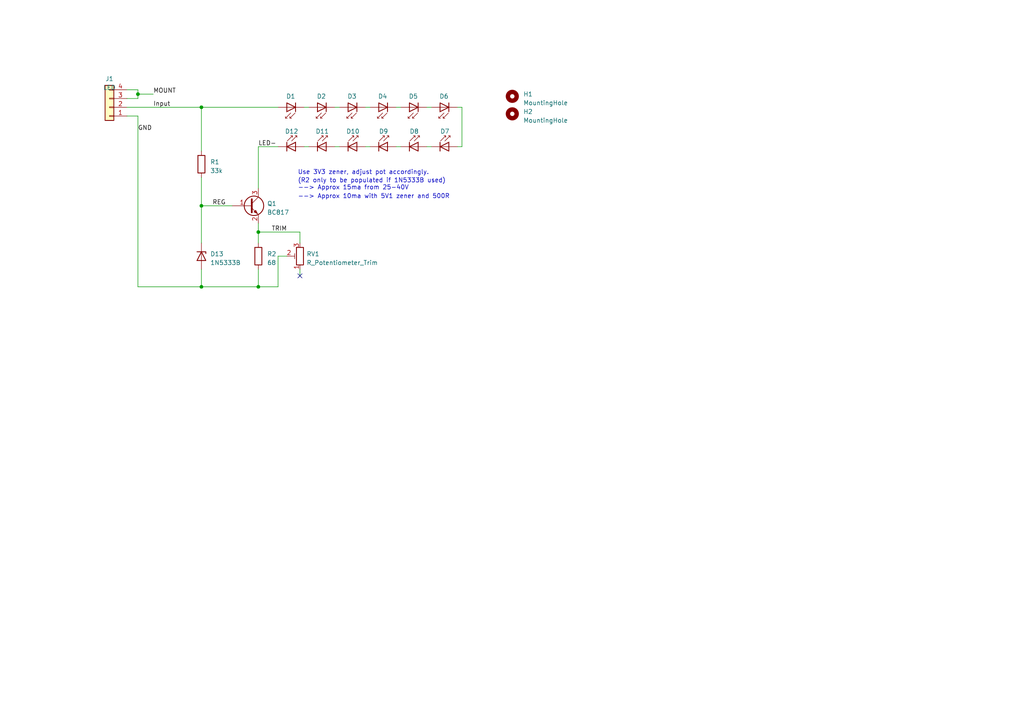
<source format=kicad_sch>
(kicad_sch (version 20230121) (generator eeschema)
  (paper "A4")
  (lib_symbols
    (symbol "Connector_Generic:Conn_01x04" (pin_names (offset 1.016) hide)
      (property "Reference" "J" (at 0 5.08 0))
      (property "Value" "Conn_01x04" (at 0 -7.62 0))
      (symbol "Conn_01x04_1_1"
        (rectangle (start -1.27 -4.953) (end 0 -5.207) (stroke (width 0.1524)))
        (rectangle (start -1.27 -2.413) (end 0 -2.667) (stroke (width 0.1524)))
        (rectangle (start -1.27 0.127) (end 0 -0.127) (stroke (width 0.1524)))
        (rectangle (start -1.27 2.667) (end 0 2.413) (stroke (width 0.1524)))
        (rectangle (start -1.27 3.81) (end 1.27 -6.35) (stroke (width 0.254)) (fill (type background)))
        (pin passive line (at -5.08 2.54 0) (length 3.81) (name "Pin_1") (number "1"))
        (pin passive line (at -5.08 0 0) (length 3.81) (name "Pin_2") (number "2"))
        (pin passive line (at -5.08 -2.54 0) (length 3.81) (name "Pin_3") (number "3"))
        (pin passive line (at -5.08 -5.08 0) (length 3.81) (name "Pin_4") (number "4"))
      )
    )
    (symbol "Device:R" (pin_numbers hide) (pin_names (offset 0))
      (property "Reference" "R" (at 2.032 0 90))
      (property "Value" "R" (at 0 0 90))
      (symbol "R_0_1"
        (rectangle (start -1.016 -2.54) (end 1.016 2.54) (stroke (width 0.254)))
      )
      (symbol "R_1_1"
        (pin passive line (at 0 3.81 270) (length 1.27) (name "~") (number "1"))
        (pin passive line (at 0 -3.81 90) (length 1.27) (name "~") (number "2"))
      )
    )
    (symbol "Device:R_Potentiometer_Trim" (pin_names (offset 1.016) hide)
      (property "Reference" "RV" (at -4.445 0 90))
      (property "Value" "R_Potentiometer_Trim" (at -2.54 0 90))
      (symbol "R_Potentiometer_Trim_0_1"
        (polyline (pts (xy 1.524 0.762) (xy 1.524 -0.762)))
        (polyline (pts (xy 2.54 0) (xy 1.524 0)))
        (rectangle (start 1.016 2.54) (end -1.016 -2.54) (stroke (width 0.254)))
      )
      (symbol "R_Potentiometer_Trim_1_1"
        (pin passive line (at 0 3.81 270) (length 1.27) (name "1") (number "1"))
        (pin passive line (at 3.81 0 180) (length 1.27) (name "2") (number "2"))
        (pin passive line (at 0 -3.81 90) (length 1.27) (name "3") (number "3"))
      )
    )
    (symbol "Diode:1N53xxB" (pin_numbers hide) (pin_names hide)
      (property "Reference" "D" (at 0 2.54 0))
      (property "Value" "1N53xxB" (at 0 -2.54 0))
      (symbol "1N53xxB_0_1"
        (polyline (pts (xy 1.27 0) (xy -1.27 0)))
        (polyline (pts (xy -1.27 -1.27) (xy -1.27 1.27) (xy -0.762 1.27)) (stroke (width 0.254)))
        (polyline (pts (xy 1.27 -1.27) (xy 1.27 1.27) (xy -1.27 0) (xy 1.27 -1.27)) (stroke (width 0.254)))
      )
      (symbol "1N53xxB_1_1"
        (pin passive line (at -3.81 0 0) (length 2.54) (name "K") (number "1"))
        (pin passive line (at 3.81 0 180) (length 2.54) (name "A") (number "2"))
      )
    )
    (symbol "LED:IR204A" (pin_numbers hide) (pin_names (offset 1.016) hide)
      (property "Reference" "D" (at 0.508 1.778 0))
      (property "Value" "IR204A" (at -1.016 -2.794 0))
      (symbol "IR204A_0_1"
        (polyline (pts (xy -2.54 1.27) (xy -2.54 -1.27)) (stroke (width 0.254)))
        (polyline (pts (xy 0 0) (xy -2.54 0)))
        (polyline (pts (xy 0.381 3.175) (xy -0.127 3.175)))
        (polyline (pts (xy -1.143 1.651) (xy 0.381 3.175) (xy 0.381 2.667)))
        (polyline (pts (xy 0 1.27) (xy -2.54 0) (xy 0 -1.27) (xy 0 1.27)) (stroke (width 0.254)))
        (polyline (pts (xy -2.413 1.651) (xy -0.889 3.175) (xy -0.889 2.667) (xy -0.889 3.175) (xy -1.397 3.175)))
      )
      (symbol "IR204A_1_1"
        (pin passive line (at -5.08 0 0) (length 2.54) (name "K") (number "1"))
        (pin passive line (at 2.54 0 180) (length 2.54) (name "A") (number "2"))
      )
    )
    (symbol "Mechanical:MountingHole" (pin_names (offset 1.016))
      (property "Reference" "H" (at 0 5.08 0))
      (property "Value" "MountingHole" (at 0 3.175 0))
      (symbol "MountingHole_0_1"
        (circle (center 0 0) (radius 1.27) (stroke (width 1.27)))
      )
    )
    (symbol "Transistor_BJT:BC817" (pin_names (offset 0) hide)
      (property "Reference" "Q" (at 5.08 1.905 0))
      (property "Value" "BC817" (at 5.08 0 0))
      (symbol "BC817_0_1"
        (polyline (pts (xy 0.635 0.635) (xy 2.54 2.54)))
        (polyline (pts (xy 0.635 -0.635) (xy 2.54 -2.54) (xy 2.54 -2.54)))
        (polyline (pts (xy 0.635 1.905) (xy 0.635 -1.905) (xy 0.635 -1.905)) (stroke (width 0.508)))
        (polyline (pts (xy 1.27 -1.778) (xy 1.778 -1.27) (xy 2.286 -2.286) (xy 1.27 -1.778) (xy 1.27 -1.778)) (fill (type outline)))
        (circle (center 1.27 0) (radius 2.8194) (stroke (width 0.254)))
      )
      (symbol "BC817_1_1"
        (pin input line (at -5.08 0 0) (length 5.715) (name "B") (number "1"))
        (pin passive line (at 2.54 -5.08 90) (length 2.54) (name "E") (number "2"))
        (pin passive line (at 2.54 5.08 270) (length 2.54) (name "C") (number "3"))
      )
    )
  )
  (junction (at 58.42 31.115))
  (junction (at 40.005 27.305))
  (junction (at 58.42 83.185))
  (junction (at 74.93 83.185))
  (junction (at 74.93 67.31))
  (junction (at 58.42 59.69))
  (no_connect (at 86.995 80.01))
  (wire (pts (xy 86.995 70.485) (xy 86.995 67.31)))
  (wire (pts (xy 74.93 67.31) (xy 74.93 70.485)))
  (wire (pts (xy 36.83 33.655) (xy 40.005 33.655)))
  (wire (pts (xy 125.095 31.115) (xy 123.825 31.115)))
  (wire (pts (xy 123.825 42.545) (xy 125.095 42.545)))
  (wire (pts (xy 133.985 42.545) (xy 132.715 42.545)))
  (wire (pts (xy 40.005 28.575) (xy 40.005 27.305)))
  (wire (pts (xy 74.93 42.545) (xy 74.93 54.61)))
  (wire (pts (xy 83.185 74.295) (xy 80.645 74.295)))
  (wire (pts (xy 132.715 31.115) (xy 133.985 31.115)))
  (wire (pts (xy 58.42 59.69) (xy 58.42 70.485)))
  (wire (pts (xy 86.995 67.31) (xy 74.93 67.31)))
  (wire (pts (xy 133.985 31.115) (xy 133.985 42.545)))
  (wire (pts (xy 40.005 27.305) (xy 44.45 27.305)))
  (wire (pts (xy 40.005 33.655) (xy 40.005 83.185)))
  (wire (pts (xy 98.425 31.115) (xy 97.155 31.115)))
  (wire (pts (xy 86.995 80.01) (xy 86.995 78.105)))
  (wire (pts (xy 116.205 31.115) (xy 114.935 31.115)))
  (wire (pts (xy 80.645 83.185) (xy 74.93 83.185)))
  (wire (pts (xy 58.42 83.185) (xy 58.42 78.105)))
  (wire (pts (xy 107.315 31.115) (xy 106.045 31.115)))
  (wire (pts (xy 36.83 26.035) (xy 40.005 26.035)))
  (wire (pts (xy 58.42 31.115) (xy 58.42 43.815)))
  (wire (pts (xy 114.935 42.545) (xy 116.205 42.545)))
  (wire (pts (xy 58.42 51.435) (xy 58.42 59.69)))
  (wire (pts (xy 36.83 31.115) (xy 58.42 31.115)))
  (wire (pts (xy 40.005 83.185) (xy 58.42 83.185)))
  (wire (pts (xy 40.005 26.035) (xy 40.005 27.305)))
  (wire (pts (xy 74.93 78.105) (xy 74.93 83.185)))
  (wire (pts (xy 89.535 31.115) (xy 88.265 31.115)))
  (wire (pts (xy 80.645 74.295) (xy 80.645 83.185)))
  (wire (pts (xy 36.83 28.575) (xy 40.005 28.575)))
  (wire (pts (xy 106.045 42.545) (xy 107.315 42.545)))
  (wire (pts (xy 74.93 83.185) (xy 58.42 83.185)))
  (wire (pts (xy 88.265 42.545) (xy 89.535 42.545)))
  (wire (pts (xy 74.93 64.77) (xy 74.93 67.31)))
  (wire (pts (xy 58.42 59.69) (xy 67.31 59.69)))
  (wire (pts (xy 97.155 42.545) (xy 98.425 42.545)))
  (wire (pts (xy 80.645 42.545) (xy 74.93 42.545)))
  (wire (pts (xy 58.42 31.115) (xy 80.645 31.115)))
  (text "Use 3V3 zener, adjust pot accordingly." (at 86.36 50.8 0) (effects (font (size 1.27 1.27)) (justify left bottom)))
  (text "(R2 only to be populated if 1N5333B used)\n--> Approx 15ma from 25-40V" (at 86.36 55.245 0) (effects (font (size 1.27 1.27)) (justify left bottom)))
  (text "--> Approx 10ma with 5V1 zener and 500R" (at 86.36 57.785 0) (effects (font (size 1.27 1.27)) (justify left bottom)))
  (label "TRIM" (at 78.74 67.31 0))
  (label "LED-" (at 74.93 42.545 0))
  (label "MOUNT" (at 44.45 27.305 0))
  (label "GND" (at 40.005 38.1 0))
  (label "REG" (at 61.595 59.69 0))
  (label "Input" (at 44.45 31.115 0))
  (symbol (lib_id "LED:IR204A") (at 127.635 31.115 180) (unit 1)
    (property "Reference" "D6" (at 128.778 27.94 0))
    (property "Value" "KR-SITQA1.23" (effects hide))
    (property "Footprint" "SUFST:KR-SITQA1.23_handsolder" (effects hide))
    (property "Datasheet" "http://www.everlight.com/file/ProductFile/IR204-A.pdf" (effects hide))
  )
  (symbol (lib_id "Mechanical:MountingHole") (at 148.59 33.02 0) (unit 1)
    (property "Reference" "H2" (at 151.765 32.385 0) (effects (justify left)))
    (property "Value" "MountingHole" (at 151.765 34.925 0) (effects (justify left)))
    (property "Footprint" "MountingHole:MountingHole_3.2mm_M3" (effects hide))
  )
  (symbol (lib_id "LED:IR204A") (at 85.725 42.545 0) (unit 1)
    (property "Reference" "D12" (at 84.582 38.1 0))
    (property "Value" "KR-SITQA1.23" (effects hide))
    (property "Footprint" "SUFST:KR-SITQA1.23_handsolder" (effects hide))
    (property "Datasheet" "http://www.everlight.com/file/ProductFile/IR204-A.pdf" (effects hide))
  )
  (symbol (lib_id "LED:IR204A") (at 103.505 42.545 0) (unit 1)
    (property "Reference" "D10" (at 102.362 38.1 0))
    (property "Value" "KR-SITQA1.23" (effects hide))
    (property "Footprint" "SUFST:KR-SITQA1.23_handsolder" (effects hide))
    (property "Datasheet" "http://www.everlight.com/file/ProductFile/IR204-A.pdf" (effects hide))
  )
  (symbol (lib_id "Device:R") (at 58.42 47.625 0) (unit 1)
    (property "Reference" "R1" (at 60.96 46.99 0) (effects (justify left)))
    (property "Value" "33k" (at 60.96 49.53 0) (effects (justify left)))
    (property "Footprint" "Resistor_SMD:R_0805_2012Metric" (effects hide))
  )
  (symbol (lib_id "Connector_Generic:Conn_01x04") (at 31.75 31.115 180) (unit 1)
    (property "Reference" "J1" (at 31.75 22.86 0))
    (property "Value" "LED" (at 31.75 25.4 0))
    (property "Footprint" "SUFST:Molex_Micro-Fit_3.0_43650-0214_1x02_P3.00mm_Horizontal" (effects hide))
  )
  (symbol (lib_id "LED:IR204A") (at 92.075 31.115 180) (unit 1)
    (property "Reference" "D2" (at 93.218 27.94 0))
    (property "Value" "KR-SITQA1.23" (effects hide))
    (property "Footprint" "SUFST:KR-SITQA1.23_handsolder" (effects hide))
    (property "Datasheet" "http://www.everlight.com/file/ProductFile/IR204-A.pdf" (effects hide))
  )
  (symbol (lib_id "Device:R") (at 74.93 74.295 0) (unit 1)
    (property "Reference" "R2" (at 77.47 73.66 0) (effects (justify left)))
    (property "Value" "68" (at 77.47 76.2 0) (effects (justify left)))
    (property "Footprint" "Resistor_SMD:R_0805_2012Metric" (effects hide))
  )
  (symbol (lib_id "LED:IR204A") (at 100.965 31.115 180) (unit 1)
    (property "Reference" "D3" (at 102.108 27.94 0))
    (property "Value" "KR-SITQA1.23" (effects hide))
    (property "Footprint" "SUFST:KR-SITQA1.23_handsolder" (effects hide))
    (property "Datasheet" "http://www.everlight.com/file/ProductFile/IR204-A.pdf" (effects hide))
  )
  (symbol (lib_id "LED:IR204A") (at 83.185 31.115 180) (unit 1)
    (property "Reference" "D1" (at 84.328 27.94 0))
    (property "Value" "KR-SITQA1.23" (effects hide))
    (property "Footprint" "SUFST:KR-SITQA1.23_handsolder" (effects hide))
    (property "Datasheet" "http://www.everlight.com/file/ProductFile/IR204-A.pdf" (effects hide))
  )
  (symbol (lib_id "LED:IR204A") (at 121.285 42.545 0) (unit 1)
    (property "Reference" "D8" (at 120.142 38.1 0))
    (property "Value" "KR-SITQA1.23" (effects hide))
    (property "Footprint" "SUFST:KR-SITQA1.23_handsolder" (effects hide))
    (property "Datasheet" "http://www.everlight.com/file/ProductFile/IR204-A.pdf" (effects hide))
  )
  (symbol (lib_id "LED:IR204A") (at 109.855 31.115 180) (unit 1)
    (property "Reference" "D4" (at 110.998 27.94 0))
    (property "Value" "KR-SITQA1.23" (effects hide))
    (property "Footprint" "SUFST:KR-SITQA1.23_handsolder" (effects hide))
    (property "Datasheet" "http://www.everlight.com/file/ProductFile/IR204-A.pdf" (effects hide))
  )
  (symbol (lib_id "Device:R_Potentiometer_Trim") (at 86.995 74.295 180) (unit 1)
    (property "Reference" "RV1" (at 88.9 73.66 0) (effects (justify right)))
    (property "Value" "R_Potentiometer_Trim" (at 88.9 76.2 0) (effects (justify right)))
    (property "Footprint" "Potentiometer_SMD:Potentiometer_Bourns_3224J_Horizontal" (effects hide))
  )
  (symbol (lib_id "LED:IR204A") (at 94.615 42.545 0) (unit 1)
    (property "Reference" "D11" (at 93.472 38.1 0))
    (property "Value" "KR-SITQA1.23" (effects hide))
    (property "Footprint" "SUFST:KR-SITQA1.23_handsolder" (effects hide))
    (property "Datasheet" "http://www.everlight.com/file/ProductFile/IR204-A.pdf" (effects hide))
  )
  (symbol (lib_id "Diode:1N53xxB") (at 58.42 74.295 270) (unit 1)
    (property "Reference" "D13" (at 60.96 73.66 90) (effects (justify left)))
    (property "Value" "1N5333B" (at 60.96 76.2 90) (effects (justify left)))
    (property "Footprint" "Diode_SMD_AKL:D_SOD-123F_Zener" (effects hide))
    (property "Datasheet" "https://diotec.com/tl_files/diotec/files/pdf/datasheets/1n5345b.pdf" (effects hide))
  )
  (symbol (lib_id "LED:IR204A") (at 130.175 42.545 0) (unit 1)
    (property "Reference" "D7" (at 129.032 38.1 0))
    (property "Value" "KR-SITQA1.23" (effects hide))
    (property "Footprint" "SUFST:KR-SITQA1.23_handsolder" (effects hide))
    (property "Datasheet" "http://www.everlight.com/file/ProductFile/IR204-A.pdf" (effects hide))
  )
  (symbol (lib_id "Mechanical:MountingHole") (at 148.59 27.94 0) (unit 1)
    (property "Reference" "H1" (at 151.765 27.305 0) (effects (justify left)))
    (property "Value" "MountingHole" (at 151.765 29.845 0) (effects (justify left)))
    (property "Footprint" "MountingHole:MountingHole_3.2mm_M3" (effects hide))
  )
  (symbol (lib_id "Transistor_BJT:BC817") (at 72.39 59.69 0) (unit 1)
    (property "Reference" "Q1" (at 77.47 59.055 0) (effects (justify left)))
    (property "Value" "BC817" (at 77.47 61.595 0) (effects (justify left)))
    (property "Footprint" "Package_TO_SOT_SMD:SOT-23" (effects hide))
    (property "Datasheet" "https://www.onsemi.com/pub/Collateral/BC818-D.pdf" (effects hide))
  )
  (symbol (lib_id "LED:IR204A") (at 118.745 31.115 180) (unit 1)
    (property "Reference" "D5" (at 119.888 27.94 0))
    (property "Value" "KR-SITQA1.23" (effects hide))
    (property "Footprint" "SUFST:KR-SITQA1.23_handsolder" (effects hide))
    (property "Datasheet" "http://www.everlight.com/file/ProductFile/IR204-A.pdf" (effects hide))
  )
  (symbol (lib_id "LED:IR204A") (at 112.395 42.545 0) (unit 1)
    (property "Reference" "D9" (at 111.252 38.1 0))
    (property "Value" "KR-SITQA1.23" (effects hide))
    (property "Footprint" "SUFST:KR-SITQA1.23_handsolder" (effects hide))
    (property "Datasheet" "http://www.everlight.com/file/ProductFile/IR204-A.pdf" (effects hide))
  )
)
</source>
